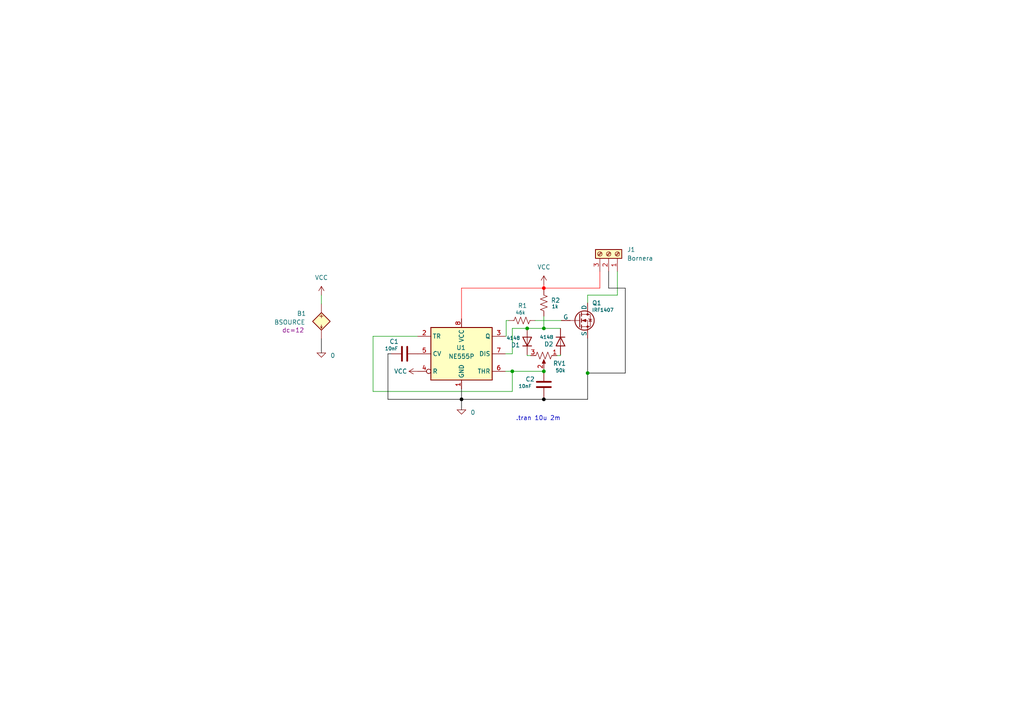
<source format=kicad_sch>
(kicad_sch (version 20230121) (generator eeschema)
  (paper "A4")
  (lib_symbols
    (symbol "Connector:Screw_Terminal_01x03" (pin_names (offset 1.016) hide)
      (property "Reference" "J1" (at 2.032 1.27 0))
      (property "Value" "Bornera" (at 2.032 -1.27 0))
      (symbol "Screw_Terminal_01x03_1_1"
        (rectangle (start -1.27 3.81) (end 1.27 -3.81) (stroke (width 0.254)) (fill (type background)))
        (circle (center 0 -2.54) (radius 0.635) (stroke (width 0.1524)))
        (polyline (pts (xy -0.5334 -2.2098) (xy 0.3302 -3.048)) (stroke (width 0.1524)))
        (polyline (pts (xy -0.5334 0.3302) (xy 0.3302 -0.508)) (stroke (width 0.1524)))
        (polyline (pts (xy -0.5334 2.8702) (xy 0.3302 2.032)) (stroke (width 0.1524)))
        (polyline (pts (xy -0.3556 -2.032) (xy 0.508 -2.8702)) (stroke (width 0.1524)))
        (polyline (pts (xy -0.3556 0.508) (xy 0.508 -0.3302)) (stroke (width 0.1524)))
        (polyline (pts (xy -0.3556 3.048) (xy 0.508 2.2098)) (stroke (width 0.1524)))
        (circle (center 0 0) (radius 0.635) (stroke (width 0.1524)))
        (circle (center 0 2.54) (radius 0.635) (stroke (width 0.1524)))
        (pin passive line (at -5.08 -2.54 0) (length 3.81) (name "Pin_3") (number "1"))
        (pin passive line (at -5.08 0 0) (length 3.81) (name "Pin_2") (number "2"))
        (pin passive line (at -5.08 2.54 0) (length 3.81) (name "Pin_1") (number "3"))
      )
    )
    (symbol "Device:C" (pin_numbers hide) (pin_names (offset 0.254))
      (property "Reference" "C" (at 0.635 2.54 0))
      (property "Value" "C" (at 0.635 -2.54 0))
      (symbol "C_0_1"
        (polyline (pts (xy -2.032 -0.762) (xy 2.032 -0.762)) (stroke (width 0.508)))
        (polyline (pts (xy -2.032 0.762) (xy 2.032 0.762)) (stroke (width 0.508)))
      )
      (symbol "C_1_1"
        (pin passive line (at 0 3.81 270) (length 2.794) (name "~") (number "1"))
        (pin passive line (at 0 -3.81 90) (length 2.794) (name "~") (number "2"))
      )
    )
    (symbol "Device:D" (pin_numbers hide) (pin_names (offset 1.016) hide)
      (property "Reference" "D" (at 0 2.54 0))
      (property "Value" "D" (at 0 -2.54 0))
      (symbol "D_0_1"
        (polyline (pts (xy -1.27 1.27) (xy -1.27 -1.27)) (stroke (width 0.254)))
        (polyline (pts (xy 1.27 0) (xy -1.27 0)))
        (polyline (pts (xy 1.27 1.27) (xy 1.27 -1.27) (xy -1.27 0) (xy 1.27 1.27)) (stroke (width 0.254)))
      )
      (symbol "D_1_1"
        (pin passive line (at -3.81 0 0) (length 2.54) (name "K") (number "1"))
        (pin passive line (at 3.81 0 180) (length 2.54) (name "A") (number "2"))
      )
    )
    (symbol "Device:R_Potentiometer_US" (pin_names (offset 1.016) hide)
      (property "Reference" "RV" (at -4.445 0 90))
      (property "Value" "R_Potentiometer_US" (at -2.54 0 90))
      (symbol "R_Potentiometer_US_0_1"
        (polyline (pts (xy 0 -2.286) (xy 0 -2.54)))
        (polyline (pts (xy 0 2.54) (xy 0 2.286)))
        (polyline (pts (xy 2.54 0) (xy 1.524 0)))
        (polyline (pts (xy 1.143 0) (xy 2.286 0.508) (xy 2.286 -0.508) (xy 1.143 0)) (fill (type outline)))
        (polyline (pts (xy 0 -0.762) (xy 1.016 -1.143) (xy 0 -1.524) (xy -1.016 -1.905) (xy 0 -2.286)))
        (polyline (pts (xy 0 0.762) (xy 1.016 0.381) (xy 0 0) (xy -1.016 -0.381) (xy 0 -0.762)))
        (polyline (pts (xy 0 2.286) (xy 1.016 1.905) (xy 0 1.524) (xy -1.016 1.143) (xy 0 0.762)))
      )
      (symbol "R_Potentiometer_US_1_1"
        (pin passive line (at 0 3.81 270) (length 1.27) (name "1") (number "1"))
        (pin passive line (at 3.81 0 180) (length 1.27) (name "2") (number "2"))
        (pin passive line (at 0 -3.81 90) (length 1.27) (name "3") (number "3"))
      )
    )
    (symbol "Device:R_US" (pin_numbers hide) (pin_names (offset 0))
      (property "Reference" "R" (at 2.54 0 90))
      (property "Value" "R_US" (at -2.54 0 90))
      (symbol "R_US_0_1"
        (polyline (pts (xy 0 -2.286) (xy 0 -2.54)))
        (polyline (pts (xy 0 2.286) (xy 0 2.54)))
        (polyline (pts (xy 0 -0.762) (xy 1.016 -1.143) (xy 0 -1.524) (xy -1.016 -1.905) (xy 0 -2.286)))
        (polyline (pts (xy 0 0.762) (xy 1.016 0.381) (xy 0 0) (xy -1.016 -0.381) (xy 0 -0.762)))
        (polyline (pts (xy 0 2.286) (xy 1.016 1.905) (xy 0 1.524) (xy -1.016 1.143) (xy 0 0.762)))
      )
      (symbol "R_US_1_1"
        (pin passive line (at 0 3.81 270) (length 1.27) (name "~") (number "1"))
        (pin passive line (at 0 -3.81 90) (length 1.27) (name "~") (number "2"))
      )
    )
    (symbol "Simulation_SPICE:0" (power) (pin_names (offset 0))
      (property "Value" "0" (at 0 -1.778 0))
      (symbol "0_0_1"
        (polyline (pts (xy -1.27 0) (xy 0 -1.27) (xy 1.27 0) (xy -1.27 0)))
      )
      (symbol "0_1_1"
        (pin power_in line (at 0 0 0) (length 0) hide (name "0") (number "1"))
      )
    )
    (symbol "Simulation_SPICE:BSOURCE" (pin_numbers hide) (pin_names (offset 1.016) hide)
      (property "Reference" "B" (at 2.54 2.54 0))
      (property "Value" "BSOURCE" (at 2.54 0 0))
      (property "Sim.Params" "type=\"B\" model=\"v=1\"" (at 2.54 -2.54 0))
      (symbol "BSOURCE_0_1"
        (polyline (pts (xy 0 -1.016) (xy 0 -2.032)))
        (polyline (pts (xy 0.254 -1.524) (xy 0 -2.032) (xy -0.254 -1.524)))
        (polyline (pts (xy 0 2.54) (xy -2.54 0) (xy 0 -2.54) (xy 2.54 0) (xy 0 2.54)) (stroke (width 0.254)) (fill (type background)))
      )
      (symbol "BSOURCE_1_1"
        (polyline (pts (xy -0.508 1.524) (xy 0.508 1.524)))
        (polyline (pts (xy 0 1.016) (xy 0 2.032)))
        (pin passive line (at 0 5.08 270) (length 2.54) (name "N+") (number "1"))
        (pin passive line (at 0 -5.08 90) (length 2.54) (name "N-") (number "2"))
      )
    )
    (symbol "Simulation_SPICE:NMOS" (pin_numbers hide) (pin_names (offset 0))
      (property "Reference" "Q" (at 5.08 1.27 0))
      (property "Value" "NMOS" (at 5.08 -1.27 0))
      (symbol "NMOS_0_1"
        (polyline (pts (xy 0.254 0) (xy -2.54 0)))
        (polyline (pts (xy 0.254 1.905) (xy 0.254 -1.905)) (stroke (width 0.254)))
        (polyline (pts (xy 0.762 -1.27) (xy 0.762 -2.286)) (stroke (width 0.254)))
        (polyline (pts (xy 0.762 0.508) (xy 0.762 -0.508)) (stroke (width 0.254)))
        (polyline (pts (xy 0.762 2.286) (xy 0.762 1.27)) (stroke (width 0.254)))
        (polyline (pts (xy 2.54 2.54) (xy 2.54 1.778)))
        (polyline (pts (xy 2.54 -2.54) (xy 2.54 0) (xy 0.762 0)))
        (polyline (pts (xy 0.762 -1.778) (xy 3.302 -1.778) (xy 3.302 1.778) (xy 0.762 1.778)))
        (polyline (pts (xy 1.016 0) (xy 2.032 0.381) (xy 2.032 -0.381) (xy 1.016 0)) (fill (type outline)))
        (polyline (pts (xy 2.794 0.508) (xy 2.921 0.381) (xy 3.683 0.381) (xy 3.81 0.254)))
        (polyline (pts (xy 3.302 0.381) (xy 2.921 -0.254) (xy 3.683 -0.254) (xy 3.302 0.381)))
        (circle (center 1.651 0) (radius 2.794) (stroke (width 0.254)))
        (circle (center 2.54 -1.778) (radius 0.254) (fill (type outline)))
        (circle (center 2.54 1.778) (radius 0.254) (fill (type outline)))
      )
      (symbol "NMOS_1_1"
        (pin passive line (at 2.54 5.08 270) (length 2.54) (name "D") (number "1"))
        (pin input line (at -5.08 0 0) (length 2.54) (name "G") (number "2"))
        (pin passive line (at 2.54 -5.08 90) (length 2.54) (name "S") (number "3"))
      )
    )
    (symbol "Timer:NE555P"
      (property "Reference" "U" (at -10.16 8.89 0))
      (property "Value" "NE555P" (at 2.54 8.89 0))
      (symbol "NE555P_0_0"
        (pin power_in line (at 0 -10.16 90) (length 2.54) (name "GND") (number "1"))
        (pin power_in line (at 0 10.16 270) (length 2.54) (name "VCC") (number "8"))
      )
      (symbol "NE555P_0_1"
        (rectangle (start -8.89 -7.62) (end 8.89 7.62) (stroke (width 0.254)) (fill (type background)))
        (rectangle (start -8.89 -7.62) (end 8.89 7.62) (stroke (width 0.254)) (fill (type background)))
      )
      (symbol "NE555P_1_1"
        (pin input line (at -12.7 5.08 0) (length 3.81) (name "TR") (number "2"))
        (pin output line (at 12.7 5.08 180) (length 3.81) (name "Q") (number "3"))
        (pin input inverted (at -12.7 -5.08 0) (length 3.81) (name "R") (number "4"))
        (pin input line (at -12.7 0 0) (length 3.81) (name "CV") (number "5"))
        (pin input line (at 12.7 -5.08 180) (length 3.81) (name "THR") (number "6"))
        (pin input line (at 12.7 0 180) (length 3.81) (name "DIS") (number "7"))
      )
    )
    (symbol "power:VCC" (power) (pin_names (offset 0))
      (property "Value" "VCC" (at 0 3.81 0))
      (symbol "VCC_0_1"
        (polyline (pts (xy -0.762 1.27) (xy 0 2.54)))
        (polyline (pts (xy 0 0) (xy 0 2.54)))
        (polyline (pts (xy 0 2.54) (xy 0.762 1.27)))
      )
      (symbol "VCC_1_1"
        (pin power_in line (at 0 0 90) (length 0) hide (name "VCC") (number "1"))
      )
    )
  )
  (junction (at 157.734 107.696))
  (junction (at 170.434 108.204))
  (junction (at 157.734 115.824) (color 0 0 0 1))
  (junction (at 148.59 107.696))
  (junction (at 133.858 115.824) (color 0 0 0 1))
  (junction (at 157.734 95.25))
  (junction (at 152.908 95.25))
  (junction (at 157.734 83.566) (color 255 0 0 1))
  (wire (pts (xy 133.858 112.776) (xy 133.858 115.824)) (stroke (width 0) (color 0 0 0 1)))
  (wire (pts (xy 162.56 103.124) (xy 162.56 102.87)))
  (wire (pts (xy 148.59 113.538) (xy 148.59 107.696)))
  (wire (pts (xy 157.734 82.55) (xy 157.734 83.566)) (stroke (width 0) (color 255 0 0 1)))
  (wire (pts (xy 181.356 83.566) (xy 181.356 108.204)) (stroke (width 0) (color 0 0 0 1)))
  (wire (pts (xy 157.734 91.694) (xy 157.734 95.25)))
  (wire (pts (xy 157.734 107.696) (xy 157.734 106.934)))
  (wire (pts (xy 152.908 103.124) (xy 153.924 103.124)))
  (wire (pts (xy 148.59 102.616) (xy 146.558 102.616)))
  (wire (pts (xy 173.99 83.566) (xy 173.99 78.74)) (stroke (width 0) (color 255 0 0 1)))
  (wire (pts (xy 148.59 107.696) (xy 157.734 107.696)))
  (wire (pts (xy 146.812 92.964) (xy 147.574 92.964)))
  (wire (pts (xy 133.858 115.824) (xy 157.734 115.824)) (stroke (width 0) (color 0 0 0 1)))
  (wire (pts (xy 170.434 85.598) (xy 179.07 85.598)))
  (wire (pts (xy 170.434 85.598) (xy 170.434 87.884)))
  (wire (pts (xy 133.858 115.824) (xy 112.522 115.824)) (stroke (width 0) (color 0 0 0 1)))
  (wire (pts (xy 133.858 83.566) (xy 133.858 92.456)) (stroke (width 0) (color 255 0 0 1)))
  (wire (pts (xy 146.812 97.536) (xy 146.812 92.964)))
  (wire (pts (xy 148.59 107.696) (xy 146.558 107.696)))
  (wire (pts (xy 157.734 83.566) (xy 173.99 83.566)) (stroke (width 0) (color 255 0 0 1)))
  (wire (pts (xy 152.908 95.25) (xy 157.734 95.25)))
  (wire (pts (xy 113.538 102.616) (xy 112.522 102.616)) (stroke (width 0) (color 0 0 0 1)))
  (wire (pts (xy 108.204 113.538) (xy 148.59 113.538)))
  (wire (pts (xy 121.158 97.536) (xy 108.204 97.536)))
  (wire (pts (xy 181.356 83.566) (xy 176.53 83.566)) (stroke (width 0) (color 0 0 0 1)))
  (wire (pts (xy 170.434 98.044) (xy 170.434 108.204)) (stroke (width 0) (color 0 0 0 1)))
  (wire (pts (xy 170.434 108.204) (xy 181.356 108.204)) (stroke (width 0) (color 0 0 0 1)))
  (wire (pts (xy 176.53 83.566) (xy 176.53 78.74)) (stroke (width 0) (color 0 0 0 1)))
  (wire (pts (xy 157.734 83.566) (xy 157.734 84.074)) (stroke (width 0) (color 255 0 0 1)))
  (wire (pts (xy 148.59 95.25) (xy 152.908 95.25)))
  (wire (pts (xy 133.858 115.824) (xy 133.858 118.872)) (stroke (width 0) (color 0 0 0 1)))
  (wire (pts (xy 170.434 108.204) (xy 170.434 115.824)) (stroke (width 0) (color 0 0 0 1)))
  (wire (pts (xy 93.218 98.298) (xy 93.218 102.362)) (stroke (width 0) (color 0 0 0 1)))
  (wire (pts (xy 157.734 95.25) (xy 162.56 95.25)))
  (wire (pts (xy 93.218 85.598) (xy 93.218 88.138)))
  (wire (pts (xy 157.734 115.316) (xy 157.734 115.824)) (stroke (width 0) (color 0 0 0 1)))
  (wire (pts (xy 148.59 95.25) (xy 148.59 102.616)))
  (wire (pts (xy 133.858 83.566) (xy 157.734 83.566)) (stroke (width 0) (color 255 0 0 1)))
  (wire (pts (xy 179.07 85.598) (xy 179.07 78.74)))
  (wire (pts (xy 161.544 103.124) (xy 162.56 103.124)))
  (wire (pts (xy 155.194 92.964) (xy 162.814 92.964)))
  (wire (pts (xy 146.812 97.536) (xy 146.558 97.536)))
  (wire (pts (xy 108.204 97.536) (xy 108.204 113.538)))
  (wire (pts (xy 157.734 115.824) (xy 170.434 115.824)) (stroke (width 0) (color 0 0 0 1)))
  (wire (pts (xy 152.908 102.87) (xy 152.908 103.124)))
  (wire (pts (xy 112.522 102.616) (xy 112.522 115.824)) (stroke (width 0) (color 0 0 0 1)))
  (text ".tran 10u 2m" (at 149.606 122.174 0) (effects (font (size 1.27 1.27)) (justify left bottom)))
  (symbol (lib_id "Device:D") (at 162.56 99.06 270) (unit 1)
    (property "Reference" "D2" (at 160.528 99.822 90) (effects (justify right)))
    (property "Value" "4148" (at 160.528 97.79 90) (effects (font (size 1 1)) (justify right)))
    (property "Footprint" "Diode_THT:D_DO-34_SOD68_P7.62mm_Horizontal" (effects hide))
    (property "Sim.Library" "${KIPRJMOD}/pwm_driver_spice_simulation_models/1N4148.lib" (effects hide))
    (property "Sim.Name" "1N4148" (effects hide))
    (property "Sim.Device" "SUBCKT" (effects hide))
    (property "Sim.Pins" "1=1 2=2" (effects hide))
  )
  (symbol (lib_id "Simulation_SPICE:BSOURCE") (at 93.218 93.218 0) (unit 1)
    (property "Reference" "B1" (at 86.106 90.932 0) (effects (justify left)))
    (property "Value" "BSOURCE" (at 79.502 93.472 0) (effects (justify left)))
    (property "Datasheet" "https://ngspice.sourceforge.io/docs.html" (effects hide))
    (property "Sim.Device" "V" (effects hide))
    (property "Sim.Params" "dc=12" (at 81.788 95.758 0) (effects (justify left)))
    (property "Sim.Type" "DC" (effects hide))
    (property "Sim.Pins" "1=+ 2=-" (effects hide))
  )
  (symbol (lib_id "Device:C") (at 157.734 111.506 0) (unit 1)
    (property "Reference" "C2" (at 152.4 109.982 0) (effects (justify left)))
    (property "Value" "10nF" (at 150.368 112.014 0) (effects (font (size 1 1)) (justify left)))
    (property "Footprint" "Capacitor_THT:C_Disc_D4.3mm_W1.9mm_P5.00mm" (effects hide))
  )
  (symbol (lib_id "Device:R_Potentiometer_US") (at 157.734 103.124 270) (unit 1)
    (property "Reference" "RV1" (at 162.306 105.41 90))
    (property "Value" "50k" (at 162.56 107.442 90) (effects (font (size 1 1))))
    (property "Footprint" "Potentiometer_THT:Potentiometer_Alps_RK163_Single_Horizontal" (effects hide))
    (property "Sim.Device" "R" (effects hide))
    (property "Sim.Pins" "1=r0 2=wiper 3=r1" (effects hide))
    (property "Sim.Type" "POT" (effects hide))
    (property "Sim.Params" "r=50k pos=0.5" (effects hide))
  )
  (symbol (lib_id "Device:D") (at 152.908 99.06 90) (unit 1)
    (property "Reference" "D1" (at 150.876 100.076 90) (effects (justify left)))
    (property "Value" "4148" (at 150.876 98.044 90) (effects (font (size 1 1)) (justify left)))
    (property "Footprint" "Diode_THT:D_DO-34_SOD68_P7.62mm_Horizontal" (effects hide))
    (property "Sim.Device" "SUBCKT" (effects hide))
    (property "Sim.Pins" "1=1 2=2" (effects hide))
    (property "Sim.Library" "${KIPRJMOD}/pwm_driver_spice_simulation_models/1N4148.lib" (effects hide))
    (property "Sim.Name" "1N4148" (effects hide))
  )
  (symbol (lib_id "Connector:Screw_Terminal_01x03") (at 176.53 73.66 90) (unit 1)
    (property "Reference" "J1" (at 181.864 72.39 90) (effects (justify right)))
    (property "Value" "Bornera" (at 181.864 74.93 90) (effects (justify right)))
    (property "Footprint" "TerminalBlock:TerminalBlock_Altech_AK300-3_P5.00mm" (effects hide))
    (property "Sim.Enable" "0" (effects hide))
  )
  (symbol (lib_id "Device:R_US") (at 157.734 87.884 0) (unit 1)
    (property "Reference" "R2" (at 159.766 87.122 0) (effects (justify left)))
    (property "Value" "1k" (at 160.02 88.9 0) (effects (font (size 1 1)) (justify left)))
    (property "Footprint" "Resistor_THT:R_Axial_DIN0207_L6.3mm_D2.5mm_P7.62mm_Horizontal" (effects hide))
  )
  (symbol (lib_id "Timer:NE555P") (at 133.858 102.616 0) (unit 1)
    (property "Reference" "U1" (at 132.334 100.838 0) (effects (justify left)))
    (property "Value" "NE555P" (at 130.048 103.378 0) (effects (justify left)))
    (property "Footprint" "Package_DIP:DIP-8_W7.62mm" (effects hide))
    (property "Datasheet" "http://www.ti.com/lit/ds/symlink/ne555.pdf" (effects hide))
    (property "Sim.Library" "${KIPRJMOD}/pwm_driver_spice_simulation_models/555.lib" (effects hide))
    (property "Sim.Name" "555b" (effects hide))
    (property "Sim.Device" "SUBCKT" (effects hide))
    (property "Sim.Pins" "1=1 2=2 3=3 4=4 5=5 6=6 7=7 8=8" (effects hide))
  )
  (symbol (lib_id "Simulation_SPICE:NMOS") (at 167.894 92.964 0) (unit 1)
    (property "Reference" "Q1" (at 171.704 87.884 0) (effects (justify left)))
    (property "Value" "IRF1407" (at 171.704 89.916 0) (effects (font (size 1 1)) (justify left)))
    (property "Footprint" "Package_TO_SOT_THT:TO-220-3_Vertical" (effects hide))
    (property "Datasheet" "https://ngspice.sourceforge.io/docs/ngspice-manual.pdf" (effects hide))
    (property "Sim.Device" "SUBCKT" (effects hide))
    (property "Sim.Pins" "1=1 2=2 3=3" (effects hide))
    (property "Sim.Library" "${KIPRJMOD}/pwm_driver_spice_simulation_models/IRF1407.spi" (effects hide))
    (property "Sim.Name" "irf1407" (effects hide))
  )
  (symbol (lib_id "Device:R_US") (at 151.384 92.964 90) (unit 1)
    (property "Reference" "R1" (at 152.908 88.646 90) (effects (justify left)))
    (property "Value" "46k" (at 152.4 90.678 90) (effects (font (size 1 1)) (justify left)))
    (property "Footprint" "Resistor_THT:R_Axial_DIN0207_L6.3mm_D2.5mm_P7.62mm_Horizontal" (effects hide))
    (property "Sim.Device" "R" (effects hide))
    (property "Sim.Pins" "1=+ 2=-" (effects hide))
  )
  (symbol (lib_id "Simulation_SPICE:0") (at 133.858 118.872 0) (unit 1)
    (property "Reference" "#GND02" (effects hide))
    (property "Value" "0" (at 137.16 119.634 0))
  )
  (symbol (lib_id "power:VCC") (at 121.158 107.696 90) (unit 1)
    (property "Reference" "#PWR02" (effects hide))
    (property "Value" "VCC" (at 118.11 107.696 90) (effects (justify left)))
  )
  (symbol (lib_id "power:VCC") (at 93.218 85.598 0) (unit 1)
    (property "Reference" "#PWR01" (effects hide))
    (property "Value" "VCC" (at 93.218 80.518 0))
  )
  (symbol (lib_id "Device:C") (at 117.348 102.616 270) (unit 1)
    (property "Reference" "C1" (at 114.3 99.06 90))
    (property "Value" "10nF" (at 113.538 101.092 90) (effects (font (size 1 1))))
    (property "Footprint" "Capacitor_THT:C_Disc_D4.3mm_W1.9mm_P5.00mm" (effects hide))
  )
  (symbol (lib_id "Simulation_SPICE:0") (at 93.218 102.362 0) (unit 1)
    (property "Reference" "#GND01" (effects hide))
    (property "Value" "0" (at 96.52 103.124 0))
  )
  (symbol (lib_id "power:VCC") (at 157.734 82.55 0) (unit 1)
    (property "Reference" "#PWR03" (effects hide))
    (property "Value" "VCC" (at 157.734 77.47 0))
  )
)
</source>
